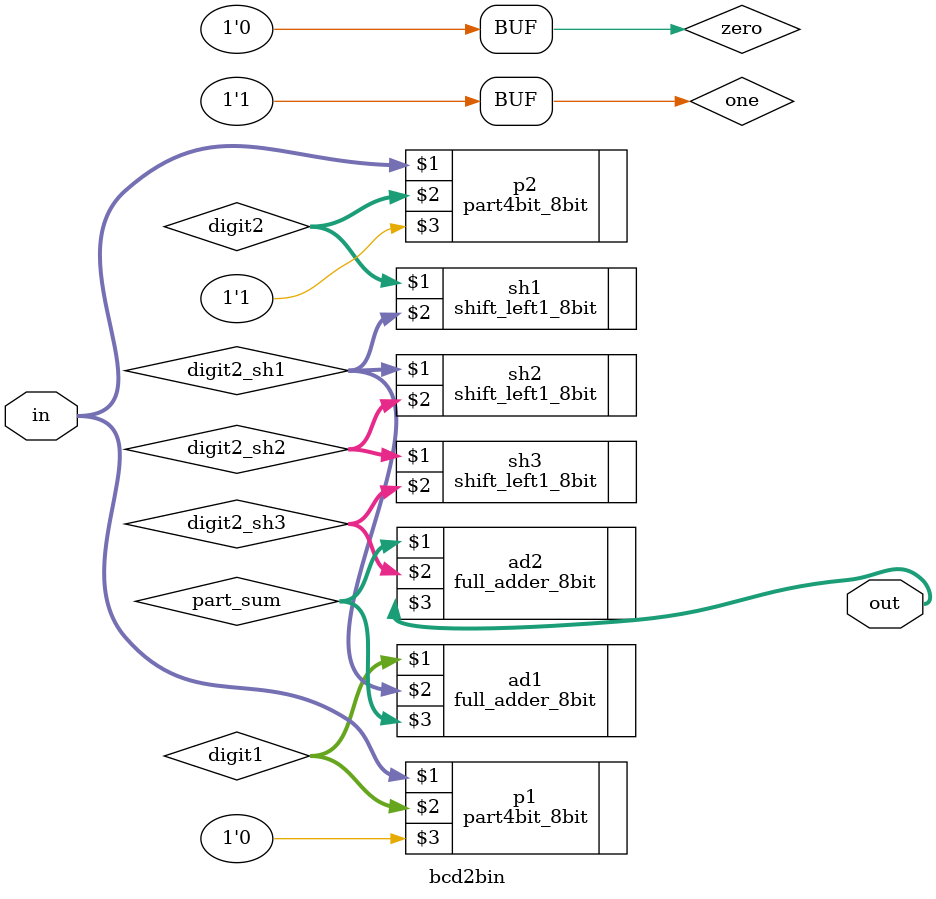
<source format=v>
module bcd2bin(out, in);
    input [7:0] in;
    output [7:0] out;
    wire [7:0] digit1;
    wire [7:0] digit2;
    wire [7:0] digit2_sh1;
    wire [7:0] digit2_sh2;
    wire [7:0] digit2_sh3;
    wire [7:0] part_sum;
    supply0 zero;
    supply1 one;
    part4bit_8bit p1(in, digit1, zero);
    part4bit_8bit p2(in, digit2, one);
    shift_left1_8bit sh1(digit2, digit2_sh1);
    shift_left1_8bit sh2(digit2_sh1, digit2_sh2);
    shift_left1_8bit sh3(digit2_sh2, digit2_sh3);
    full_adder_8bit ad1(digit1, digit2_sh1, part_sum);
    full_adder_8bit ad2(part_sum, digit2_sh3, out);
endmodule

</source>
